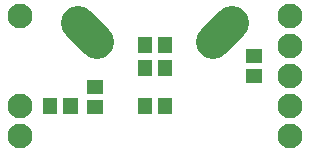
<source format=gbr>
%FSLAX34Y34*%
%MOMM*%
%LNSOLDERMASK_TOP*%
G71*
G01*
%ADD10C, 2.10*%
%ADD11R, 1.40X1.30*%
%ADD12R, 1.30X1.40*%
%ADD13C, 2.90*%
%LPD*%
X13099Y986634D02*
G54D10*
D03*
X13097Y910431D02*
G54D10*
D03*
X13097Y885031D02*
G54D10*
D03*
X241697Y986631D02*
G54D10*
D03*
X241697Y961231D02*
G54D10*
D03*
X241697Y935831D02*
G54D10*
D03*
X241697Y910431D02*
G54D10*
D03*
X241697Y885031D02*
G54D10*
D03*
X76366Y926869D02*
G54D11*
D03*
X76366Y909869D02*
G54D11*
D03*
X38830Y910497D02*
G54D12*
D03*
G36*
X49330Y917497D02*
X62330Y917497D01*
X62330Y903497D01*
X49330Y903497D01*
X49330Y917497D01*
G37*
X76369Y926874D02*
G54D11*
D03*
X136460Y962422D02*
G54D12*
D03*
X119460Y962422D02*
G54D12*
D03*
X136460Y942182D02*
G54D12*
D03*
X119460Y942182D02*
G54D12*
D03*
X136460Y910432D02*
G54D12*
D03*
X119460Y910432D02*
G54D12*
D03*
G54D13*
X78771Y964212D02*
X62508Y980476D01*
G54D13*
X176415Y964212D02*
X192678Y980475D01*
X211700Y935666D02*
G54D11*
D03*
X211700Y952666D02*
G54D11*
D03*
M02*

</source>
